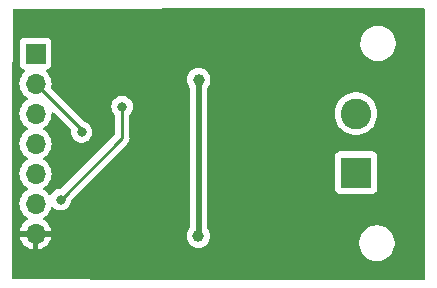
<source format=gbl>
<<<<<<< Updated upstream:stcs05/POAB-gerber-stcs05/stcs05-B_Cu.gbl
G04 #@! TF.GenerationSoftware,KiCad,Pcbnew,7.0.2*
G04 #@! TF.CreationDate,2023-12-12T16:56:49+01:00*
G04 #@! TF.ProjectId,stcs05,73746373-3035-42e6-9b69-6361645f7063,rev?*
G04 #@! TF.SameCoordinates,Original*
G04 #@! TF.FileFunction,Copper,L2,Bot*
G04 #@! TF.FilePolarity,Positive*
%FSLAX46Y46*%
G04 Gerber Fmt 4.6, Leading zero omitted, Abs format (unit mm)*
G04 Created by KiCad (PCBNEW 7.0.2) date 2023-12-12 16:56:49*
=======
%TF.GenerationSoftware,KiCad,Pcbnew,7.0.2*%
%TF.CreationDate,2023-11-09T14:12:44+01:00*%
%TF.ProjectId,stcs05,73746373-3035-42e6-9b69-6361645f7063,rev?*%
%TF.SameCoordinates,Original*%
%TF.FileFunction,Copper,L2,Bot*%
%TF.FilePolarity,Positive*%
%FSLAX46Y46*%
G04 Gerber Fmt 4.6, Leading zero omitted, Abs format (unit mm)*
G04 Created by KiCad (PCBNEW 7.0.2) date 2023-11-09 14:12:44*
>>>>>>> Stashed changes:stcs05/gerberfiles stcs05/stcs05-B_Cu.gbr
%MOMM*%
%LPD*%
G01*
G04 APERTURE LIST*
G04 #@! TA.AperFunction,ComponentPad*
%ADD10R,2.600000X2.600000*%
G04 #@! TD*
G04 #@! TA.AperFunction,ComponentPad*
%ADD11C,2.600000*%
G04 #@! TD*
G04 #@! TA.AperFunction,ComponentPad*
%ADD12R,1.700000X1.700000*%
G04 #@! TD*
G04 #@! TA.AperFunction,ComponentPad*
%ADD13O,1.700000X1.700000*%
G04 #@! TD*
G04 #@! TA.AperFunction,ViaPad*
%ADD14C,1.000000*%
G04 #@! TD*
G04 #@! TA.AperFunction,ViaPad*
%ADD15C,0.800000*%
G04 #@! TD*
G04 #@! TA.AperFunction,Conductor*
%ADD16C,0.250000*%
G04 #@! TD*
G04 #@! TA.AperFunction,Conductor*
%ADD17C,0.500000*%
G04 #@! TD*
G04 APERTURE END LIST*
D10*
X145542000Y-81534000D03*
D11*
X145542000Y-76534000D03*
D12*
X118400000Y-71460000D03*
D13*
X118400000Y-74000000D03*
X118400000Y-76540000D03*
X118400000Y-79080000D03*
X118400000Y-81620000D03*
X118400000Y-84160000D03*
X118400000Y-86700000D03*
D14*
X126900000Y-71600000D03*
X132200000Y-86900000D03*
X132207000Y-73660000D03*
D15*
X122301000Y-78105000D03*
X120523000Y-83820000D03*
X125730000Y-75946000D03*
D16*
X132200000Y-86900000D02*
X132207000Y-86893000D01*
D17*
X132207000Y-86893000D02*
X132207000Y-73660000D01*
D16*
X122301000Y-77901000D02*
X118400000Y-74000000D01*
X122301000Y-78105000D02*
X122301000Y-77901000D01*
X120523000Y-83820000D02*
X125730000Y-78613000D01*
X125730000Y-78613000D02*
X125730000Y-75946000D01*
G04 #@! TA.AperFunction,Conductor*
G36*
X151327039Y-67620184D02*
G01*
X151372794Y-67672988D01*
X151384000Y-67724499D01*
X151384000Y-90475500D01*
X151364315Y-90542539D01*
X151311511Y-90588294D01*
X151260000Y-90599500D01*
X129718001Y-90599500D01*
X116524050Y-90551694D01*
X116457082Y-90531767D01*
X116411519Y-90478797D01*
X116400500Y-90427699D01*
X116400500Y-84160000D01*
X117044340Y-84160000D01*
X117064936Y-84395407D01*
X117102420Y-84535299D01*
X117126097Y-84623663D01*
X117225965Y-84837830D01*
X117361505Y-85031401D01*
X117528599Y-85198495D01*
X117714596Y-85328732D01*
X117758219Y-85383307D01*
X117765412Y-85452806D01*
X117733890Y-85515160D01*
X117714595Y-85531880D01*
X117528919Y-85661892D01*
X117361890Y-85828921D01*
X117226400Y-86022421D01*
X117126569Y-86236507D01*
X117069364Y-86449999D01*
X117069364Y-86450000D01*
X117966314Y-86450000D01*
X117940507Y-86490156D01*
X117900000Y-86628111D01*
X117900000Y-86771889D01*
X117940507Y-86909844D01*
X117966314Y-86950000D01*
X117069364Y-86950000D01*
X117126569Y-87163492D01*
X117226399Y-87377576D01*
X117361893Y-87571081D01*
X117528918Y-87738106D01*
X117722423Y-87873600D01*
X117936509Y-87973430D01*
X118150000Y-88030634D01*
X118150000Y-87135501D01*
X118257685Y-87184680D01*
X118364237Y-87200000D01*
X118435763Y-87200000D01*
X118542315Y-87184680D01*
X118650000Y-87135501D01*
X118650000Y-88030633D01*
X118863490Y-87973430D01*
X119077576Y-87873600D01*
X119271081Y-87738106D01*
X119438106Y-87571081D01*
X119573600Y-87377576D01*
X119673430Y-87163492D01*
X119730636Y-86950000D01*
X118833686Y-86950000D01*
X118859493Y-86909844D01*
X118862383Y-86900000D01*
X131194659Y-86900000D01*
X131204317Y-86998066D01*
X131213976Y-87096133D01*
X131271185Y-87284726D01*
X131271186Y-87284727D01*
X131364090Y-87458538D01*
X131489117Y-87610883D01*
X131641462Y-87735910D01*
X131815273Y-87828814D01*
X132003868Y-87886024D01*
X132200000Y-87905341D01*
X132396132Y-87886024D01*
X132584727Y-87828814D01*
X132758538Y-87735910D01*
X132894493Y-87624334D01*
X145799500Y-87624334D01*
X145840429Y-87869615D01*
X145852694Y-87905341D01*
X145921172Y-88104810D01*
X146039526Y-88323509D01*
X146039529Y-88323514D01*
X146175036Y-88497612D01*
X146192262Y-88519744D01*
X146375215Y-88688164D01*
X146583393Y-88824173D01*
X146811119Y-88924063D01*
X147052179Y-88985108D01*
X147237933Y-89000500D01*
X147240503Y-89000500D01*
X147359497Y-89000500D01*
X147362067Y-89000500D01*
X147547821Y-88985108D01*
X147788881Y-88924063D01*
X148016607Y-88824173D01*
X148224785Y-88688164D01*
X148407738Y-88519744D01*
X148560474Y-88323509D01*
X148678828Y-88104810D01*
X148759571Y-87869614D01*
X148800500Y-87624335D01*
X148800500Y-87375665D01*
X148759571Y-87130386D01*
X148678828Y-86895190D01*
X148560474Y-86676491D01*
X148560471Y-86676487D01*
X148560470Y-86676485D01*
X148407740Y-86480259D01*
X148407738Y-86480256D01*
X148224785Y-86311836D01*
X148016607Y-86175827D01*
X148016604Y-86175825D01*
X147891523Y-86120960D01*
X147788881Y-86075937D01*
X147608866Y-86030351D01*
X147547822Y-86014892D01*
X147513854Y-86012077D01*
X147362067Y-85999500D01*
X147237933Y-85999500D01*
X147120111Y-86009262D01*
X147052177Y-86014892D01*
X146930086Y-86045810D01*
X146811119Y-86075937D01*
X146811116Y-86075938D01*
X146811117Y-86075938D01*
X146583395Y-86175825D01*
X146490515Y-86236507D01*
X146375215Y-86311836D01*
X146375213Y-86311837D01*
X146375214Y-86311837D01*
X146192259Y-86480259D01*
X146039529Y-86676485D01*
X145921170Y-86895194D01*
X145840429Y-87130384D01*
X145799500Y-87375665D01*
X145799500Y-87624334D01*
X132894493Y-87624334D01*
X132910883Y-87610883D01*
X133035910Y-87458538D01*
X133128814Y-87284727D01*
X133186024Y-87096132D01*
X133205341Y-86900000D01*
X133186024Y-86703868D01*
X133128814Y-86515273D01*
X133035910Y-86341462D01*
X132985645Y-86280214D01*
X132958334Y-86215905D01*
X132957500Y-86201551D01*
X132957500Y-82878578D01*
X143741500Y-82878578D01*
X143741501Y-82881872D01*
X143741853Y-82885152D01*
X143741854Y-82885159D01*
X143747909Y-82941484D01*
X143760356Y-82974855D01*
X143798204Y-83076331D01*
X143884454Y-83191546D01*
X143999669Y-83277796D01*
X144134517Y-83328091D01*
X144194127Y-83334500D01*
X146889872Y-83334499D01*
X146949483Y-83328091D01*
X147084331Y-83277796D01*
X147199546Y-83191546D01*
X147285796Y-83076331D01*
X147336091Y-82941483D01*
X147342500Y-82881873D01*
X147342499Y-80186128D01*
X147336091Y-80126517D01*
X147285796Y-79991669D01*
X147199546Y-79876454D01*
X147084331Y-79790204D01*
X146949483Y-79739909D01*
X146889873Y-79733500D01*
X146886550Y-79733500D01*
X144197439Y-79733500D01*
X144197420Y-79733500D01*
X144194128Y-79733501D01*
X144190848Y-79733853D01*
X144190840Y-79733854D01*
X144134515Y-79739909D01*
X143999669Y-79790204D01*
X143884454Y-79876454D01*
X143798204Y-79991668D01*
X143747910Y-80126515D01*
X143747909Y-80126517D01*
X143741500Y-80186127D01*
X143741500Y-80189448D01*
X143741500Y-80189449D01*
X143741500Y-82878560D01*
X143741500Y-82878578D01*
X132957500Y-82878578D01*
X132957500Y-76533999D01*
X143736450Y-76533999D01*
X143756616Y-76803100D01*
X143756617Y-76803103D01*
X143816666Y-77066195D01*
X143915257Y-77317398D01*
X144050185Y-77551102D01*
X144218439Y-77762085D01*
X144416259Y-77945635D01*
X144639226Y-78097651D01*
X144882359Y-78214738D01*
X145140228Y-78294280D01*
X145407071Y-78334500D01*
X145676929Y-78334500D01*
X145943772Y-78294280D01*
X146201641Y-78214738D01*
X146444775Y-78097651D01*
X146667741Y-77945635D01*
X146865561Y-77762085D01*
X147033815Y-77551102D01*
X147168743Y-77317398D01*
X147267334Y-77066195D01*
X147327383Y-76803103D01*
X147347549Y-76534000D01*
X147327383Y-76264897D01*
X147267334Y-76001805D01*
X147168743Y-75750602D01*
X147033815Y-75516898D01*
X146865561Y-75305915D01*
X146776202Y-75223002D01*
X146667743Y-75122366D01*
X146555001Y-75045500D01*
X146444775Y-74970349D01*
X146201641Y-74853262D01*
X146122097Y-74828726D01*
X145943771Y-74773719D01*
X145676929Y-74733500D01*
X145407071Y-74733500D01*
X145140228Y-74773719D01*
X144882359Y-74853262D01*
X144639228Y-74970347D01*
X144416257Y-75122366D01*
X144218439Y-75305915D01*
X144050184Y-75516899D01*
X143915257Y-75750601D01*
X143816666Y-76001804D01*
X143756616Y-76264899D01*
X143736450Y-76533999D01*
X132957500Y-76533999D01*
X132957500Y-74366977D01*
X132977185Y-74299938D01*
X132985647Y-74288312D01*
X133042910Y-74218538D01*
X133135814Y-74044727D01*
X133193024Y-73856132D01*
X133212341Y-73660000D01*
X133193024Y-73463868D01*
X133135814Y-73275273D01*
X133042910Y-73101462D01*
X132917883Y-72949117D01*
X132765538Y-72824090D01*
X132725726Y-72802810D01*
X132591726Y-72731185D01*
X132403133Y-72673976D01*
X132305066Y-72664317D01*
X132207000Y-72654659D01*
X132206999Y-72654659D01*
X132010866Y-72673976D01*
X131822273Y-72731185D01*
X131648463Y-72824089D01*
X131496117Y-72949117D01*
X131371089Y-73101463D01*
X131278185Y-73275273D01*
X131220976Y-73463866D01*
X131201659Y-73659999D01*
X131220976Y-73856133D01*
X131278185Y-74044726D01*
X131278186Y-74044727D01*
X131371090Y-74218538D01*
X131384936Y-74235409D01*
X131428353Y-74288312D01*
X131455666Y-74352621D01*
X131456500Y-74366977D01*
X131456500Y-86184492D01*
X131436815Y-86251531D01*
X131428353Y-86263157D01*
X131364089Y-86341462D01*
X131271185Y-86515273D01*
X131213976Y-86703866D01*
X131195133Y-86895190D01*
X131194659Y-86900000D01*
X118862383Y-86900000D01*
X118900000Y-86771889D01*
X118900000Y-86628111D01*
X118859493Y-86490156D01*
X118833686Y-86450000D01*
X119730636Y-86450000D01*
X119730635Y-86449999D01*
X119673430Y-86236507D01*
X119573599Y-86022421D01*
X119438109Y-85828921D01*
X119271081Y-85661893D01*
X119085404Y-85531880D01*
X119041780Y-85477303D01*
X119034587Y-85407804D01*
X119066109Y-85345450D01*
X119085399Y-85328734D01*
X119271401Y-85198495D01*
X119438495Y-85031401D01*
X119574035Y-84837830D01*
X119673903Y-84623663D01*
X119697580Y-84535296D01*
X119733943Y-84475639D01*
X119796790Y-84445109D01*
X119866166Y-84453403D01*
X119909504Y-84484420D01*
X119917129Y-84492889D01*
X120070269Y-84604151D01*
X120243197Y-84681144D01*
X120428352Y-84720500D01*
X120428354Y-84720500D01*
X120617648Y-84720500D01*
X120741083Y-84694262D01*
X120802803Y-84681144D01*
X120975730Y-84604151D01*
X121128871Y-84492888D01*
X121255533Y-84352216D01*
X121350179Y-84188284D01*
X121408674Y-84008256D01*
X121426321Y-83840345D01*
X121452905Y-83775732D01*
X121461952Y-83765636D01*
X126113789Y-79113800D01*
X126129885Y-79100906D01*
X126131873Y-79098787D01*
X126131877Y-79098786D01*
X126177949Y-79049723D01*
X126180534Y-79047055D01*
X126200120Y-79027471D01*
X126202585Y-79024292D01*
X126210167Y-79015416D01*
X126219479Y-79005500D01*
X126240062Y-78983582D01*
X126249712Y-78966027D01*
X126260400Y-78949757D01*
X126272671Y-78933938D01*
X126272673Y-78933936D01*
X126290026Y-78893832D01*
X126295157Y-78883362D01*
X126316197Y-78845092D01*
X126321175Y-78825699D01*
X126327481Y-78807282D01*
X126329018Y-78803728D01*
X126335438Y-78788896D01*
X126342272Y-78745745D01*
X126344635Y-78734331D01*
X126355500Y-78692019D01*
X126355500Y-78671983D01*
X126357027Y-78652584D01*
X126359461Y-78637216D01*
X126360160Y-78632804D01*
X126356047Y-78589303D01*
X126355499Y-78577676D01*
X126355499Y-76644685D01*
X126375184Y-76577647D01*
X126387347Y-76561716D01*
X126462533Y-76478216D01*
X126557179Y-76314284D01*
X126615674Y-76134256D01*
X126635460Y-75946000D01*
X126615674Y-75757744D01*
X126557179Y-75577716D01*
X126557179Y-75577715D01*
X126462533Y-75413783D01*
X126335870Y-75273110D01*
X126182730Y-75161848D01*
X126009802Y-75084855D01*
X125824648Y-75045500D01*
X125824646Y-75045500D01*
X125635354Y-75045500D01*
X125635352Y-75045500D01*
X125450197Y-75084855D01*
X125277269Y-75161848D01*
X125124129Y-75273110D01*
X124997466Y-75413783D01*
X124902820Y-75577715D01*
X124844326Y-75757742D01*
X124824540Y-75946000D01*
X124844326Y-76134257D01*
X124902820Y-76314284D01*
X124997464Y-76478213D01*
X124997466Y-76478215D01*
X124997467Y-76478216D01*
X125043438Y-76529272D01*
X125072650Y-76561714D01*
X125102880Y-76624706D01*
X125104500Y-76644687D01*
X125104500Y-78302546D01*
X125084815Y-78369585D01*
X125068181Y-78390227D01*
X120575228Y-82883181D01*
X120513905Y-82916666D01*
X120487547Y-82919500D01*
X120428352Y-82919500D01*
X120243197Y-82958855D01*
X120070269Y-83035848D01*
X119917129Y-83147110D01*
X119790466Y-83287783D01*
X119728467Y-83395171D01*
X119677900Y-83443386D01*
X119609293Y-83456610D01*
X119544429Y-83430642D01*
X119519505Y-83404294D01*
X119470634Y-83334499D01*
X119438495Y-83288599D01*
X119271401Y-83121505D01*
X119085839Y-82991573D01*
X119042216Y-82936998D01*
X119035022Y-82867500D01*
X119066545Y-82805145D01*
X119085837Y-82788428D01*
X119271401Y-82658495D01*
X119438495Y-82491401D01*
X119574035Y-82297830D01*
X119673903Y-82083663D01*
X119735063Y-81855408D01*
X119755659Y-81620000D01*
X119735063Y-81384592D01*
X119673903Y-81156337D01*
X119574035Y-80942171D01*
X119438495Y-80748599D01*
X119271401Y-80581505D01*
X119085839Y-80451573D01*
X119042215Y-80396997D01*
X119035023Y-80327498D01*
X119066545Y-80265144D01*
X119085831Y-80248432D01*
X119271401Y-80118495D01*
X119438495Y-79951401D01*
X119574035Y-79757830D01*
X119673903Y-79543663D01*
X119735063Y-79315408D01*
X119755659Y-79080000D01*
X119738961Y-78889151D01*
X119735063Y-78844592D01*
X119717190Y-78777888D01*
X119673903Y-78616337D01*
X119574035Y-78402171D01*
X119438495Y-78208599D01*
X119271401Y-78041505D01*
X119085839Y-77911573D01*
X119042216Y-77856998D01*
X119035022Y-77787500D01*
X119066545Y-77725145D01*
X119085837Y-77708428D01*
X119271401Y-77578495D01*
X119438495Y-77411401D01*
X119574035Y-77217830D01*
X119673903Y-77003663D01*
X119735063Y-76775408D01*
X119748248Y-76624706D01*
X119756598Y-76529272D01*
X119782050Y-76464203D01*
X119838641Y-76423224D01*
X119908403Y-76419346D01*
X119967807Y-76452398D01*
X121375104Y-77859695D01*
X121408589Y-77921018D01*
X121410744Y-77960337D01*
X121395540Y-78104999D01*
X121415326Y-78293257D01*
X121473820Y-78473284D01*
X121568466Y-78637216D01*
X121695129Y-78777889D01*
X121848269Y-78889151D01*
X122021197Y-78966144D01*
X122206352Y-79005500D01*
X122206354Y-79005500D01*
X122395648Y-79005500D01*
X122519084Y-78979262D01*
X122580803Y-78966144D01*
X122753730Y-78889151D01*
X122814375Y-78845090D01*
X122906870Y-78777889D01*
X123033533Y-78637216D01*
X123128179Y-78473284D01*
X123161873Y-78369585D01*
X123186674Y-78293256D01*
X123206460Y-78105000D01*
X123186674Y-77916744D01*
X123128179Y-77736716D01*
X123128179Y-77736715D01*
X123033533Y-77572783D01*
X122906870Y-77432110D01*
X122753730Y-77320848D01*
X122580803Y-77243854D01*
X122550241Y-77237359D01*
X122488759Y-77204167D01*
X122488340Y-77203750D01*
X119740237Y-74455646D01*
X119706752Y-74394323D01*
X119708143Y-74335872D01*
X119735063Y-74235408D01*
X119755659Y-74000000D01*
X119735063Y-73764592D01*
X119673903Y-73536337D01*
X119574035Y-73322171D01*
X119438495Y-73128599D01*
X119316569Y-73006673D01*
X119283084Y-72945350D01*
X119288068Y-72875658D01*
X119329940Y-72819725D01*
X119360915Y-72802810D01*
X119492331Y-72753796D01*
X119607546Y-72667546D01*
X119693796Y-72552331D01*
X119744091Y-72417483D01*
X119750500Y-72357873D01*
X119750499Y-70724335D01*
X145899500Y-70724335D01*
X145940429Y-70969614D01*
X146021172Y-71204810D01*
X146139526Y-71423509D01*
X146139529Y-71423514D01*
X146275036Y-71597612D01*
X146292262Y-71619744D01*
X146475215Y-71788164D01*
X146683393Y-71924173D01*
X146911119Y-72024063D01*
X147152179Y-72085108D01*
X147337933Y-72100500D01*
X147340503Y-72100500D01*
X147459497Y-72100500D01*
X147462067Y-72100500D01*
X147647821Y-72085108D01*
X147888881Y-72024063D01*
X148116607Y-71924173D01*
X148324785Y-71788164D01*
X148507738Y-71619744D01*
X148660474Y-71423509D01*
X148778828Y-71204810D01*
X148859571Y-70969614D01*
X148900500Y-70724335D01*
X148900500Y-70475665D01*
X148859571Y-70230386D01*
X148778828Y-69995190D01*
X148660474Y-69776491D01*
X148660471Y-69776487D01*
X148660470Y-69776485D01*
X148507740Y-69580259D01*
X148507738Y-69580256D01*
X148324785Y-69411836D01*
X148116607Y-69275827D01*
X148116604Y-69275825D01*
X147991523Y-69220960D01*
X147888881Y-69175937D01*
X147708867Y-69130351D01*
X147647822Y-69114892D01*
X147613854Y-69112077D01*
X147462067Y-69099500D01*
X147337933Y-69099500D01*
X147220111Y-69109262D01*
X147152177Y-69114892D01*
X147030086Y-69145810D01*
X146911119Y-69175937D01*
X146911116Y-69175938D01*
X146911117Y-69175938D01*
X146683395Y-69275825D01*
X146544607Y-69366499D01*
X146475215Y-69411836D01*
X146475213Y-69411837D01*
X146475214Y-69411837D01*
X146292259Y-69580259D01*
X146139529Y-69776485D01*
X146021170Y-69995194D01*
X145940429Y-70230384D01*
X145917521Y-70367668D01*
X145899500Y-70475665D01*
X145899500Y-70724335D01*
X119750499Y-70724335D01*
X119750499Y-70562128D01*
X119744091Y-70502517D01*
X119693796Y-70367669D01*
X119607546Y-70252454D01*
X119492331Y-70166204D01*
X119357483Y-70115909D01*
X119297873Y-70109500D01*
X119294550Y-70109500D01*
X117505439Y-70109500D01*
X117505420Y-70109500D01*
X117502128Y-70109501D01*
X117498848Y-70109853D01*
X117498840Y-70109854D01*
X117442515Y-70115909D01*
X117307669Y-70166204D01*
X117192454Y-70252454D01*
X117106204Y-70367668D01*
X117055910Y-70502515D01*
X117055909Y-70502517D01*
X117049500Y-70562127D01*
X117049500Y-70565448D01*
X117049500Y-70565449D01*
X117049500Y-72354560D01*
X117049500Y-72354578D01*
X117049501Y-72357872D01*
X117055909Y-72417483D01*
X117106204Y-72552331D01*
X117192454Y-72667546D01*
X117307669Y-72753796D01*
X117419907Y-72795658D01*
X117439082Y-72802810D01*
X117495016Y-72844681D01*
X117519433Y-72910146D01*
X117504581Y-72978419D01*
X117483431Y-73006673D01*
X117361503Y-73128601D01*
X117225965Y-73322170D01*
X117126097Y-73536336D01*
X117064936Y-73764592D01*
X117044340Y-74000000D01*
X117064936Y-74235407D01*
X117088302Y-74322609D01*
X117126097Y-74463663D01*
X117225965Y-74677830D01*
X117361505Y-74871401D01*
X117528599Y-75038495D01*
X117714160Y-75168426D01*
X117757783Y-75223002D01*
X117764976Y-75292501D01*
X117733454Y-75354855D01*
X117714159Y-75371575D01*
X117528595Y-75501508D01*
X117361505Y-75668598D01*
X117225965Y-75862170D01*
X117126097Y-76076336D01*
X117064936Y-76304592D01*
X117044340Y-76540000D01*
X117064936Y-76775407D01*
X117109709Y-76942501D01*
X117126097Y-77003663D01*
X117225965Y-77217830D01*
X117361505Y-77411401D01*
X117528599Y-77578495D01*
X117714160Y-77708426D01*
X117757783Y-77763002D01*
X117764976Y-77832501D01*
X117733454Y-77894855D01*
X117714159Y-77911575D01*
X117528595Y-78041508D01*
X117361505Y-78208598D01*
X117225965Y-78402170D01*
X117126097Y-78616336D01*
X117064936Y-78844592D01*
X117044340Y-79079999D01*
X117064936Y-79315407D01*
X117109709Y-79482502D01*
X117126097Y-79543663D01*
X117225965Y-79757830D01*
X117361505Y-79951401D01*
X117528599Y-80118495D01*
X117714160Y-80248426D01*
X117757783Y-80303002D01*
X117764976Y-80372501D01*
X117733454Y-80434855D01*
X117714159Y-80451575D01*
X117528595Y-80581508D01*
X117361505Y-80748598D01*
X117225965Y-80942170D01*
X117126097Y-81156336D01*
X117064936Y-81384592D01*
X117044340Y-81619999D01*
X117064936Y-81855407D01*
X117109709Y-82022502D01*
X117126097Y-82083663D01*
X117225965Y-82297830D01*
X117361505Y-82491401D01*
X117528599Y-82658495D01*
X117714160Y-82788426D01*
X117757783Y-82843002D01*
X117764976Y-82912501D01*
X117733454Y-82974855D01*
X117714158Y-82991575D01*
X117593115Y-83076331D01*
X117528595Y-83121508D01*
X117361505Y-83288598D01*
X117225965Y-83482170D01*
X117126097Y-83696336D01*
X117064936Y-83924592D01*
X117044340Y-84160000D01*
X116400500Y-84160000D01*
X116400500Y-78220999D01*
X116410260Y-76464203D01*
X116458317Y-67813861D01*
X116478374Y-67746934D01*
X116531431Y-67701473D01*
X116581862Y-67690553D01*
X141346500Y-67600500D01*
X151260003Y-67600500D01*
X151327039Y-67620184D01*
G37*
G04 #@! TD.AperFunction*
M02*

</source>
